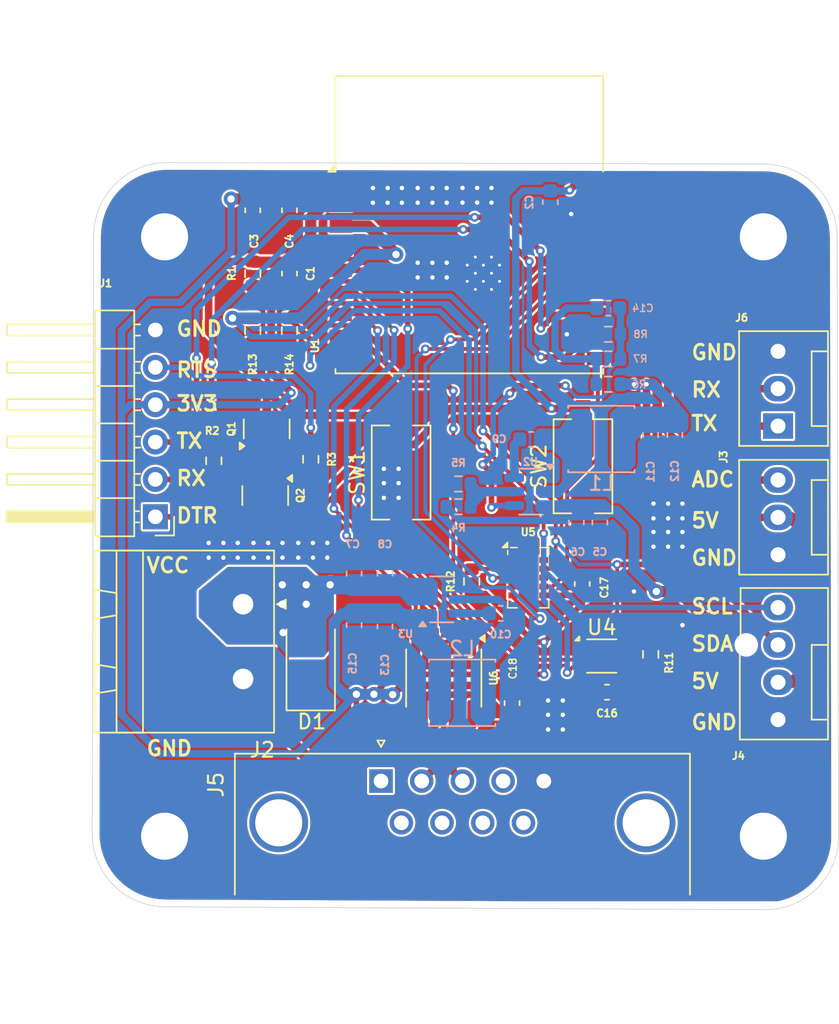
<source format=kicad_pcb>
(kicad_pcb (version 20241229) (generator "pcbnew") (generator_version "9.0")
  (layers (0 "F.Cu" signal) (4 "In1.Cu" signal) (6 "In2.Cu" signal) (2 "B.Cu" signal) (13 "F.Paste" user) (15 "B.Paste" user) (5 "F.SilkS" user "F.Silkscreen") (7 "B.SilkS" user "B.Silkscreen") (1 "F.Mask" user) (3 "B.Mask" user) (25 "Edge.Cuts" user))
  (net 0 "")
  (net 1 "/ESP32-Microcontroller/EN")
  (net 2 "GND")
  (net 3 "SCL")
  (net 4 "/ESP32-Microcontroller/IO0")
  (net 5 "VCC")
  (net 6 "Net-(U2-SW)")
  (net 7 "Net-(U2-BOOT)")
  (net 8 "VDD5V")
  (net 9 "Net-(U2-FB)")
  (net 10 "Net-(U3-BST)")
  (net 11 "Net-(U3-SW)")
  (net 12 "/ESP32-Microcontroller/TX")
  (net 13 "/ESP32-Microcontroller/RX")
  (net 14 "/ESP32-Microcontroller/DTR")
  (net 15 "/ESP32-Microcontroller/RTS")
  (net 16 "Net-(U6-A)")
  (net 17 "Net-(U6-B)")
  (net 18 "ADC")
  (net 19 "EXT_TX")
  (net 20 "EXT_RX")
  (net 21 "Net-(Q2-B)")
  (net 22 "Net-(U2-EN)")
  (net 23 "Net-(U4-~{RESET})")
  (net 24 "Net-(U5-~{RESET})")
  (net 25 "PWM_CCS")
  (net 26 "ALERT")
  (net 27 "RS485_IO")
  (net 28 "CCS_INT")
  (net 29 "nWAKE")
  (net 30 "RS485_TX")
  (net 31 "RS485_RX")
  (net 33 "VDD3V3")
  (net 34 "SDA")
  (net 35 "Net-(C14-Pad1)")
  (net 42 "Net-(Q1-B)")
  (footprint "MountingHole:MountingHole_3.2mm_M3_ISO7380_Pad_TopBottom" (layer "F.Cu") (at 131.125 109.6)
    (property "Reference" "H2" (hide yes))
    (property "Value" "GND" (hide yes))
  )
  (footprint "Capacitor_SMD:C_0603_1608Metric" (layer "F.Cu") (at 159.55 92.45 90)
    (property "Reference" "C17")
    (property "Value" "1uF" (hide yes))
  )
  (footprint "Capacitor_SMD:C_0603_1608Metric" (layer "F.Cu") (at 139.625 67.05 -90)
    (property "Reference" "C4")
    (property "Value" "100nF" (hide yes))
  )
  (footprint "Diode_SMD:D_SMA" (layer "F.Cu") (at 141.0716 97.536 90)
    (property "Reference" "D1")
    (property "Value" "SMAJ6.0CA" (hide yes))
  )
  (footprint "MountingHole:MountingHole_3.2mm_M3_ISO7380_Pad_TopBottom" (layer "F.Cu") (at 131.125 68.85)
    (property "Reference" "H1" (hide yes))
    (property "Value" "GND" (hide yes))
  )
  (footprint "Package_SO:SOIC-8_3.9x4.9mm_P1.27mm" (layer "F.Cu") (at 150.125 98.85 -90)
    (property "Reference" "U6")
    (property "Value" "MAX485E" (hide yes))
  )
  (footprint "Package_TO_SOT_SMD:SOT-23" (layer "F.Cu") (at 137.975 86.4375 -90)
    (property "Reference" "Q2")
    (property "Value" "SS8050" (hide yes))
  )
  (footprint "Capacitor_SMD:C_0603_1608Metric" (layer "F.Cu") (at 154.775 100.55 90)
    (property "Reference" "C18")
    (property "Value" "100nF" (hide yes))
  )
  (footprint "Button_Switch_SMD:SW_Tactile_SPST_NO_Straight_CK_PTS636Sx25SMTRLFS" (layer "F.Cu") (at 147.225 84.875 90)
    (property "Reference" "SW1")
    (property "Value" "RESET")
  )
  (footprint "Resistor_SMD:R_0603_1608Metric" (layer "F.Cu") (at 139.625 75.225 -90)
    (property "Reference" "R14")
    (property "Value" "4.7k" (hide yes))
  )
  (footprint "Capacitor_SMD:C_0603_1608Metric" (layer "F.Cu") (at 161.235 99.81 180)
    (property "Reference" "C16")
    (property "Value" "100nF" (hide yes))
  )
  (footprint "Resistor_SMD:R_0603_1608Metric" (layer "F.Cu") (at 152.025 92.275 90)
    (property "Reference" "R12")
    (property "Value" "4.7k" (hide yes))
  )
  (footprint "Button_Switch_SMD:SW_Tactile_SPST_NO_Straight_CK_PTS636Sx25SMTRLFS" (layer "F.Cu") (at 159.6 84.45 90)
    (property "Reference" "SW2")
    (property "Value" "BOOT")
  )
  (footprint "Resistor_SMD:R_0603_1608Metric" (layer "F.Cu") (at 134.475 84.075 90)
    (property "Reference" "R2")
    (property "Value" "12k" (hide yes))
  )
  (footprint "Resistor_SMD:R_0603_1608Metric" (layer "F.Cu") (at 137.125 71.35 90)
    (property "Reference" "R1")
    (property "Value" "10k" (hide yes))
  )
  (footprint "Package_TO_SOT_SMD:SOT-23" (layer "F.Cu") (at 138.075 81.9125 90)
    (property "Reference" "Q1")
    (property "Value" "SS8050" (hide yes))
  )
  (footprint "RF_Module:ESP32-C3-WROOM-02" (layer "F.Cu") (at 151.865 71.125)
    (property "Reference" "U1")
    (property "Value" "ESP32-C3-WROOM-02" (hide yes))
  )
  (footprint "Connector_PinHeader_2.54mm:PinHeader_1x06_P2.54mm_Horizontal" (layer "F.Cu") (at 130.5 87.884 180)
    (property "Reference" "J1")
    (property "Value" "FTDI232 Connector" (hide yes))
  )
  (footprint "Resistor_SMD:R_0603_1608Metric" (layer "F.Cu") (at 137.125 75.225 -90)
    (property "Reference" "R13")
    (property "Value" "4.7k" (hide yes))
  )
  (footprint "Connector_Dsub:DSUB-9_Pins_Horizontal_P2.77x2.84mm_EdgePinOffset4.94mm_Housed_MountingHolesOffset4.94mm" (layer "F.Cu") (at 145.855 105.85)
    (property "Reference" "J5")
    (property "Value" "DE9_Pins")
  )
  (footprint "MountingHole:MountingHole_3.2mm_M3_ISO7380_Pad_TopBottom" (layer "F.Cu") (at 171.875 109.6)
    (property "Reference" "H3" (hide yes))
    (property "Value" "GND" (hide yes))
  )
  (footprint "Capacitor_SMD:C_0603_1608Metric" (layer "F.Cu") (at 137.125 67.05 -90)
    (property "Reference" "C3")
    (property "Value" "10uF" (hide yes))
  )
  (footprint "Package_DFN_QFN:DFN-8-1EP_2x2mm_P0.5mm_EP0.6x1.2mm" (layer "F.Cu") (at 160.875 97.35)
    (property "Reference" "U4")
    (property "Value" "SHT31A-DIS")
  )
  (footprint "Connector_Phoenix_MSTB:PhoenixContact_MSTBA_2,5_2-G-5,08_1x02_P5.08mm_Horizontal" (layer "F.Cu") (at 136.4671 93.8276 -90)
    (property "Reference" "J2")
    (property "Value" "POWER INPUT")
  )
  (footprint "Resistor_SMD:R_0603_1608Metric" (layer "F.Cu") (at 141.075 83.975 -90)
    (property "Reference" "R3")
    (property "Value" "12k" (hide yes))
  )
  (footprint "MountingHole:MountingHole_3.2mm_M3_ISO7380_Pad_TopBottom" (layer "F.Cu") (at 171.875 68.85)
    (property "Reference" "H4" (hide yes))
    (property "Value" "GND" (hide yes))
  )
  (footprint "Connector:FanPinHeader_1x03_P2.54mm_Vertical" (layer "F.Cu") (at 172.875 90.465 90)
    (property "Reference" "J3")
    (property "Value" "ADC" (hide yes))
  )
  (footprint "Capacitor_SMD:C_0603_1608Metric" (layer "F.Cu") (at 139.625 71.35 -90)
    (property "Reference" "C1")
    (property "Value" "1uF" (hide yes))
  )
  (footprint "Connector:FanPinHeader_1x03_P2.54mm_Vertical" (layer "F.Cu") (at 172.875 81.715 90)
    (property "Reference" "J6")
    (property "Value" "UART" (hide yes))
  )
  (footprint "Resistor_SMD:R_0603_1608Metric" (layer "F.Cu") (at 164.21 97.235 90)
    (property "Reference" "R11")
    (property "Value" "2k" (hide yes))
  )
  (footprint "Connector:FanPinHeader_1x04_P2.54mm_Vertical" (layer "F.Cu") (at 172.875 101.675 90)
    (property "Reference" "J4")
    (property "Value" "I2C" (hide yes))
  )
  (footprint "Package_LGA:AMS_LGA-10-1EP_2.7x4mm_P0.6mm" (layer "F.Cu") (at 155.875 92.025)
    (property "Reference" "U5")
    (property "Value" "CCS811" (hide yes))
  )
  (footprint "Inductor_SMD:L_APV_ANR4030" (layer "B.Cu") (at 151.375 99.85 180)
    (property "Reference" "L2")
    (property "Value" "10uH")
  )
  (footprint "Capacitor_SMD:C_0603_1608Metric" (layer "B.Cu") (at 157.375 66.5 -90)
    (property "Reference" "C2")
    (property "Value" "100nF" (hide yes))
  )
  (footprint "Capacitor_SMD:C_0603_1608Metric" (layer "B.Cu") (at 146.125 95.35 90)
    (property "Reference" "C13")
    (property "Value" "22uF" (hide yes))
  )
  (footprint "Resistor_SMD:R_0603_1608Metric" (layer "B.Cu") (at 151.125 87.2)
    (property "Reference" "R4")
    (property "Value" "511k" (hide yes))
  )
  (footprint "Resistor_SMD:R_0603_1608Metric" (layer "B.Cu") (at 161.325 77.15)
    (property "Reference" "R7")
    (property "Value" "100k" (hide yes))
  )
  (footprint "Capacitor_SMD:C_0603_1608Metric" (layer "B.Cu") (at 160.75 88.275 -90)
    (property "Reference" "C5")
    (property "Value" "10uF" (hide yes))
  )
  (footprint "Capacitor_SMD:C_0603_1608Metric" (layer "B.Cu") (at 156.075 82.625)
    (property "Reference" "C9")
    (property "Value" "100nF" (hide yes))
  )
  (footprint "Resistor_SMD:R_0603_1608Metric" (layer "B.Cu") (at 161.325 75.475 180)
    (property "Reference" "R8")
    (property "Value" "13.3k" (hide yes))
  )
  (footprint "Package_TO_SOT_SMD:TSOT-23-6" (layer "B.Cu") (at 149.9875 93.5)
    (property "Reference" "U3")
    (property "Value" "AP63203WU" (hide yes))
  )
  (footprint "Package_TO_SOT_SMD:SOT-23-6" (layer "B.Cu") (at 156.0625 86.175 180)
    (property "Reference" "U2")
    (property "Value" "TPS54302" (hide yes))
  )
  (footprint "Capacitor_SMD:C_0603_1608Metric" (layer "B.Cu") (at 144.025 95.25 -90)
    (property "Reference" "C15")
    (property "Value" "22uF" (hide yes))
  )
  (footprint "Capacitor_SMD:C_0603_1608Metric" (layer "B.Cu") (at 146.125 91.75 90)
    (property "Reference" "C8")
    (property "Value" "100nF" (hide yes))
  )
  (footprint "Inductor_SMD:L_APV_ANR4030" (layer "B.Cu") (at 160.85 82.6)
    (property "Reference" "L1")
    (property "Value" "10uH" (hide yes))
  )
  (footprint "Resistor_SMD:R_0603_1608Metric" (layer "B.Cu") (at 151.125 85.65 180)
    (property "Reference" "R5")
    (property "Value" "105k" (hide yes))
  )
  (footprint "Capacitor_SMD:C_0603_1608Metric" (layer "B.Cu") (at 164.2 82.325 -90)
    (property "Reference" "C11")
    (property "Value" "22uF" (hide yes))
  )
  (footprint "Capacitor_SMD:C_0603_1608Metric" (layer "B.Cu") (at 165.85 82.325 -90)
    (property "Reference" "C12")
    (property "Value" "22uF" (hide yes))
  )
  (footprint "Capacitor_SMD:C_0603_1608Metric" (layer "B.Cu") (at 154 94.45)
    (property "Reference" "C10")
    (property "Value" "100nF" (hide yes))
  )
  (footprint "Resistor_SMD:R_0603_1608Metric" (layer "B.Cu") (at 161.325 78.875 180)
    (property "Reference" "R6")
    (property "Value" "49.9k" (hide yes))
  )
  (footprint "Capacitor_SMD:C_0603_1608Metric" (layer "B.Cu") (at 161.325 73.7)
    (property "Reference" "C14")
    (property "Value" "75pF" (hide yes))
  )
  (footprint "Capacitor_SMD:C_0603_1608Metric" (layer "B.Cu") (at 159.15 88.275 -90)
    (property "Reference" "C6")
    (property "Value" "100nF" (hide yes))
  )
  (footprint "Capacitor_SMD:C_0603_1608Metric" (layer "B.Cu") (at 144.025 91.75 90)
    (property "Reference" "C7")
    (property "Value" "10uF" (hide yes))
  )
  (gr_arc (start 131.2 114.4) (mid 127.664466 112.935534) (end 126.2 109.4) (stroke (width 0.05)) (layer "Edge.Cuts"))
  (gr_line (start 172 114.6) (end 131.2 114.4) (stroke (width 0.05)) (layer "Edge.Cuts"))
  (gr_arc (start 177 109.6) (mid 175.535534 113.135534) (end 172 114.6) (stroke (width 0.05)) (layer "Edge.Cuts"))
  (gr_line (start 171.9 63.9) (end 131.3 63.8) (stroke (width 0.05)) (layer "Edge.Cuts"))
  (gr_arc (start 171.9 63.9) (mid 175.435534 65.364466) (end 176.9 68.9) (stroke (width 0.05)) (layer "Edge.Cuts"))
  (gr_line (start 177 109.6) (end 176.9 68.9) (stroke (width 0.05)) (layer "Edge.Cuts"))
  (gr_line (start 126.3 68.8) (end 126.2 109.4) (stroke (width 0.05)) (layer "Edge.Cuts"))
  (gr_arc (start 126.3 68.8) (mid 127.764466 65.264466) (end 131.3 63.8) (stroke (width 0.05)) (layer "Edge.Cuts"))
  (gr_text "5V" (at 166.878 99.06 0) (layer "F.SilkS") (effects (font (size 1 1) (thickness 0.2) (bold yes)) (justify left)))
  (gr_text "RTS" (at 131.826 77.9 0) (layer "F.SilkS") (effects (font (size 1 1) (thickness 0.2) (bold yes)) (justify left)))
  (gr_text "SDA" (at 166.878 96.52 0) (layer "F.SilkS") (effects (font (size 1 1) (thickness 0.2) (bold yes)) (justify left)))
  (gr_text "DTR\n" (at 131.826 87.806 0) (layer "F.SilkS") (effects (font (size 1 1) (thickness 0.2) (bold yes)) (justify left)))
  (gr_text "ADC" (at 166.878 85.344 0) (layer "F.SilkS") (effects (font (size 1 1) (thickness 0.2) (bold yes)) (justify left)))
  (gr_text "RX" (at 131.826 85.266 0) (layer "F.SilkS") (effects (font (size 1 1) (thickness 0.2) (bold yes)) (justify left)))
  (gr_text "GND" (at 129.794 103.632 0) (layer "F.SilkS") (effects (font (size 1 1) (thickness 0.2) (bold yes)) (justify left)))
  (gr_text "RX" (at 166.878 79.248 0) (layer "F.SilkS") (effects (font (size 1 1) (thickness 0.2) (bold yes)) (justify left)))
  (gr_text "GND" (at 166.878 90.678 0) (layer "F.SilkS") (effects (font (size 1 1) (thickness 0.2) (bold yes)) (justify left)))
  (gr_text "5V" (at 166.878 88.138 0) (layer "F.SilkS") (effects (font (size 1 1) (thickness 0.2) (bold yes)) (justify left)))
  (gr_text "3V3\n" (at 131.826 80.186 0) (layer "F.SilkS") (effects (font (size 1 1) (thickness 0.2) (bold yes)) (justify left)))
  (gr_text "GND" (at 166.878 76.708 0) (layer "F.SilkS") (effects (font (size 1 1) (thickness 0.2) (bold yes)) (justify left)))
  (gr_text "TX" (at 166.878 81.534 0) (layer "F.SilkS") (effects (font (size 1 1) (thickness 0.2) (bold yes)) (justify left)))
  (gr_text "VCC\n" (at 129.794 91.186 0) (layer "F.SilkS") (effects (font (size 1 1) (thickness 0.2) (bold yes)) (justify left)))
  (gr_text "SCL" (at 166.878 93.98 0) (layer "F.SilkS") (effects (font (size 1 1) (thickness 0.2) (bold yes)) (justify left)))
  (gr_text "GND" (at 131.826 75.106 0) (layer "F.SilkS") (effects (font (size 1 1) (thickness 0.2) (bold yes)) (justify left)))
  (gr_text "TX" (at 131.826 82.726 0) (layer "F.SilkS") (effects (font (size 1 1) (thickness 0.2) (bold yes)) (justify left)))
  (gr_text "GND" (at 166.878 101.854 0) (layer "F.SilkS") (effects (font (size 1 1) (thickness 0.2) (bold yes)) (justify left)))
  (segment (start 134.9875 76.2125) (end 134.775 76) (width 0.508) (layer "F.Cu") (net 1))
  (segment (start 138.075 80.975) (end 138.075 79.3) (width 0.508) (layer "F.Cu") (net 1))
  (segment (start 134.15 75.25) (end 134.125 75.225) (width 0.508) (layer "F.Cu") (net 1))
  (segment (start 143.115 66.625) (end 142 66.625) (width 0.762) (layer "F.Cu") (net 1))
  (segment (start 139.775 81) (end 134.9875 76.2125) (width 0.508) (layer "F.Cu") (net 1))
  (segment (start 139.625 70.575) (end 137.175 70.575) (width 0.762) (layer "F.Cu") (net 1))
  (segment (start 137.175 70.575) (end 137.125 70.525) (width 0.762) (layer "F.Cu") (net 1))
  (segment (start 142 66.625) (end 141.075 67.55) (width 0.762) (layer "F.Cu") (net 1))
  (segment (start 134.9875 76.2125) (end 134.15 75.375) (width 0.508) (layer "F.Cu") (net 1))
  (segment (start 147.225 81) (end 139.775 81) (width 0.508) (layer "F.Cu") (net 1))
  (segment (start 138.075 79.3) (end 134.775 76) (width 0.508) (layer "F.Cu") (net 1))
  (segment (start 141.075 67.55) (end 141.075 69.125) (width 0.762) (layer "F.Cu") (net 1))
  (segment (start 134.125 75.225) (end 134.125 71.65) (width 0.508) (layer "F.Cu") (net 1))
  (segment (start 141.075 69.125) (end 139.625 70.575) (width 0.762) (layer "F.Cu") (net 1))
  (segment (start 134.125 71.65) (end 135.25 70.525) (width 0.508) (layer "F.Cu") (net 1))
  (segment (start 134.15 75.375) (end 134.15 75.25) (width 0.508) (layer "F.Cu") (net 1))
  (segment (start 135.25 70.525) (end 137.125 70.525) (width 0.508) (layer "F.Cu") (net 1))
  (segment (start 160.875 96.681) (end 162.306 95.25) (width 0.254) (layer "F.Cu") (net 2))
  (segment (start 160.875 97.35) (end 160.875 96.681) (width 0.254) (layer "F.Cu") (net 2))
  (segment (start 162.306 95.25) (end 166.37 95.25) (width 0.254) (layer "F.Cu") (net 2))
  (via (at 140.224 90.662) (size 0.6) (drill 0.3) (layers "F.Cu" "B.Cu") (net 2))
  (via (at 165.395 87.991) (size 0.6) (drill 0.3) (layers "F.Cu" "B.Cu") (net 2))
  (via (at 151.4 66.525) (size 0.6) (drill 0.3) (layers "F.Cu" "B.Cu") (net 2))
  (via (at 157.226 102.346) (size 0.6) (drill 0.3) (layers "F.Cu" "B.Cu") (net 2))
  (via (at 150.327 71.612) (size 0.6) (drill 0.3) (layers "F.Cu" "B.Cu") (net 2))
  (via (at 141.224 90.662) (size 0.6) (drill 0.3) (layers "F.Cu" "B.Cu") (net 2))
  (via (at 150.327 66.532) (size 0.6) (drill 0.3) (layers "F.Cu" "B.Cu") (net 2))
  (via (at 146.05 85.598) (size 0.6) (drill 0.3) (layers "F.Cu" "B.Cu") (net 2))
  (via (at 134.128 89.662) (size 0.6) (drill 0.3) (layers "F.Cu" "B.Cu") (net 2))
  (via (at 165.395 86.991) (size 0.6) (drill 0.3) (layers "F.Cu" "B.Cu") (net 2))
  (via (at 153.375 66.525) (size 0.6) (drill 0.3) (layers "F.Cu" "B.Cu") (net 2))
  (via (at 134.128 90.662) (size 0.6) (drill 0.3) (layers "F.Cu" "B.Cu") (net 2))
  (via (at 158.8 67.3) (size 0.6) (drill 0.3) (layers "F.Cu" "B.Cu") (net 2))
  (via (at 145.304 66.532) (size 0.6) (drill 0.3) (layers "F.Cu" "B.Cu") (net 2))
  (via (at 152.4 66.525) (size 0.6) (drill 0.3) (layers "F.Cu" "B.Cu") (net 2))
  (via (at 157.226 101.346) (size 0.6) (drill 0.3) (layers "F.Cu" "B.Cu") (net 2))
  (via (at 158.226 102.346) (size 0.6) (drill 0.3) (layers "F.Cu" "B.Cu") (net 2))
  (via (at 158.5 75.475) (size 0.6) (drill 0.3) (layers "F.Cu" "B.Cu") (net 2))
  (via (at 135.128 90.662) (size 0.6) (drill 0.3) (layers "F.Cu" "B.Cu") (net 2))
  (via (at 166.37 86.991) (size 0.6) (drill 0.3) (layers "F.Cu" "B.Cu") (net 2))
  (via (at 139.151 90.662) (size 0.6) (drill 0.3) (layers "F.Cu" "B.Cu") (net 2))
  (via (at 157.226 100.371) (size 0.6) (drill 0.3) (layers "F.Cu" "B.Cu") (net 2))
  (via (at 139.151 89.662) (size 0.6) (drill 0.3) (layers "F.Cu" "B.Cu") (net 2))
  (via (at 147.279 66.532) (size 0.6) (drill 0.3) (layers "F.Cu" "B.Cu") (net 2))
  (via (at 150.327 70.612) (size 0.6) (drill 0.3) (layers "F.Cu" "B.Cu") (net 2))
  (via (at 146.05 86.598) (size 0.6) (drill 0.3) (layers "F.Cu" "B.Cu") (net 2))
  (via (at 136.103 90.662) (size 0.6) (drill 0.3) (layers "F.Cu" "B.Cu") (net 2))
  (via (at 136.103 89.662) (size 0.6) (drill 0.3) (layers "F.Cu" "B.Cu") (net 2))
  (via (at 150.327 65.532) (size 0.6) (drill 0.3) (layers "F.Cu" "B.Cu") (net 2))
  (via (at 146.05 84.623) (size 0.6) (drill 0.3) (layers "F.Cu" "B.Cu") (net 2))
  (via (at 142.199 90.662) (size 0.6) (drill 0.3) (layers "F.Cu" "B.Cu") (net 2))
  (via (at 149.352 65.532) (size 0.6) (drill 0.3) (layers "F.Cu" "B.Cu") (net 2))
  (via (at 166.37 87.991) (size 0.6) (drill 0.3) (layers "F.Cu" "B.Cu") (net 2))
  (via (at 135.128 89.662) (size 0.6) (drill 0.3) (layers "F.Cu" "B.Cu") (net 2))
  (via (at 148.352 70.612) (size 0.6) (drill 0.3) (layers "F.Cu" "B.Cu") (net 2))
  (via (at 149.352 66.532) (size 0.6) (drill 0.3) (layers "F.Cu" "B.Cu") (net 2))
  (via (at 151.4 65.525) (size 0.6) (drill 0.3) (layers "F.Cu" "B.Cu") (net 2))
  (via (at 166.37 88.916) (size 0.6) (drill 0.3) (layers "F.Cu" "B.Cu") (net 2))
  (via (at 138.176 90.662) (size 0.6) (drill 0.3) (layers "F.Cu" "B.Cu") (net 2))
  (via (at 142.199 89.662) (size 0.6) (drill 0.3) (layers "F.Cu" "B.Cu") (net 2))
  (via (at 166.37 95.25) (size 0.6) (drill 0.3) (layers "F.Cu" "B.Cu") (net 2))
  (via (at 148.352 66.532) (size 0.6) (drill 0.3) (layers "F.Cu" "B.Cu") (net 2))
  (via (at 158.226 101.346) (size 0.6) (drill 0.3) (layers "F.Cu" "B.Cu") (net 2))
  (via (at 166.37 89.916) (size 0.6) (drill 0.3) (layers "F.Cu" "B.Cu") (net 2))
  (via (at 147.05 85.598) (size 0.6) (drill 0.3) (layers "F.Cu" "B.Cu") (net 2))
  (via (at 149.352 70.612) (size 0.6) (drill 0.3) (layers "F.Cu" "B.Cu") (net 2))
  (via (at 164.395 89.916) (size 0.6) (drill 0.3) (layers "F.Cu" "B.Cu") (net 2))
  (via (at 152.4 65.525) (size 0.6) (drill 0.3) (layers "F.Cu" "B.Cu") (net 2))
  (via (at 146.304 66.532) (size 0.6) (drill 0.3) (layers "F.Cu" "B.Cu") (net 2))
  (via (at 164.395 86.991) (size 0.6) (drill 0.3) (layers "F.Cu" "B.Cu") (net 2))
  (via (at 153.375 65.525) (size 0.6) (drill 0.3) (layers "F.Cu" "B.Cu") (net 2))
  (via (at 147.279 65.532) (size 0.6) (drill 0.3) (layers "F.Cu" "B.Cu") (net 2))
  (via (at 146.304 65.532) (size 0.6) (drill 0.3) (layers "F.Cu" "B.Cu") (net 2))
  (via (at 148.352 71.612) (size 0.6) (drill 0.3) (layers "F.Cu" "B.Cu") (net 2))
  (via (at 165.395 88.916) (size 0.6) (drill 0.3) (layers "F.Cu" "B.Cu") (net 2))
  (via (at 149.352 71.612) (size 0.6) (drill 0.3) (layers "F.Cu" "B.Cu") (net 2))
  (via (at 165.395 89.916) (size 0.6) (drill 0.3) (layers "F.Cu" "B.Cu") (net 2))
  (via (at 137.176 90.662) (size 0.6) (drill 0.3) (layers "F.Cu" "B.Cu") (net 2))
  (via (at 141.224 89.662) (size 0.6) (drill 0.3) (layers "F.Cu" "B.Cu") (net 2))
  (via (at 164.395 88.916) (size 0.6) (drill 0.3) (layers "F.Cu" "B.Cu") (net 2))
  (via (at 147.05 84.623) (size 0.6) (drill 0.3) (layers "F.Cu" "B.Cu") (net 2))
  (via (at 164.395 87.991) (size 0.6) (drill 0.3) (layers "F.Cu" "B.Cu") (net 2))
  (via (at 140.224 89.662) (size 0.6) (drill 0.3) (layers "F.Cu" "B.Cu") (net 2))
  (via (at 158.226 100.371) (size 0.6) (drill 0.3) (layers "F.Cu" "B.Cu") (net 2))
  (via (at 138.176 89.662) (size 0.6) (drill 0.3) (layers "F.Cu" "B.Cu") (net 2))
  (via (at 145.304 65.532) (size 0.6) (drill 0.3) (layers "F.Cu" "B.Cu") (net 2))
  (via (at 148.352 65.532) (size 0.6) (drill 0.3) (layers "F.Cu" "B.Cu") (net 2))
  (via (at 163.068 92.964) (size 0.6) (drill 0.3) (layers "F.Cu" "B.Cu") (net 2))
  (via (at 147.05 86.598) (size 0.6) (drill 0.3) (layers "F.Cu" "B.Cu") (net 2))
  (via (at 137.176 89.662) (size 0.6) (drill 0.3) (layers "F.Cu" "B.Cu") (net 2))
  (segment (start 165.85 83.1) (end 164.2 83.1) (width 0.508) (layer "B.Cu") (net 2))
  (segment (start 158.5 75.475) (end 160.5 75.475) (width 0.508) (layer "B.Cu") (net 2))
  (segment (start 159.7 98.1) (end 158.9 98.1) (width 0.254) (layer "F.Cu") (net 3))
  (segment (start 156.925 90.825) (end 156.925 89.025) (width 0.254) (layer "F.Cu") (net 3))
  (segment (start 156.925 89.025) (end 156.925 87.25) (width 0.254) (layer "F.Cu") (net 3))
  (segment (start 139.625 74.4) (end 141.025 75.8) (width 0.381) (layer "F.Cu") (net 3))
  (segment (start 141.175 70.701) (end 141.175 72.85) (width 0.762) (layer "F.Cu") (net 3))
  (segment (start 156.925 87.25) (end 152.75 83.075) (width 0.254) (layer "F.Cu") (net 3))
  (segment (start 141.175 72.85) (end 139.625 74.4) (width 0.762) (layer "F.Cu") (net 3))
  (segment (start 158.9 98.1) (end 158.525 98.475) (width 0.254) (layer "F.Cu") (net 3))
  (segment (start 143.115 69.625) (end 142.251 69.625) (width 0.762) (layer "F.Cu") (net 3))
  (segment (start 142.251 69.625) (end 141.175 70.701) (width 0.762) (layer "F.Cu") (net 3))
  (segment (start 141.025 75.8) (end 141.025 77.6) (width 0.381) (layer "F.Cu") (net 3))
  (via (at 156.925 89.025) (size 0.6) (drill 0.3) (layers "F.Cu" "B.Cu") (net 3))
  (via (at 158.525 98.475) (size 0.6) (drill 0.3) (layers "F.Cu" "B.Cu") (net 3))
  (via (at 141.025 77.6) (size 0.6) (drill 0.3) (layers "F.Cu" "B.Cu") (net 3))
  (via (at 152.75 83.075) (size 0.6) (drill 0.3) (layers "F.Cu" "B.Cu") (net 3))
  (segment (start 159.455 94.055) (end 156.925 91.525) (width 0.381) (layer "B.Cu") (net 3))
  (segment (start 151.85 75.9) (end 149.825 73.875) (width 0.381) (layer "B.Cu") (net 3))
  (segment (start 144.025 73.875) (end 141.025 76.875) (width 0.381) (layer "B.Cu") (net 3))
  (segment (start 158.525 95.175) (end 158.525 98.475) (width 0.381) (layer "B.Cu") (net 3))
  (segment (start 151.85 82.175) (end 151.85 75.9) (width 0.381) (layer "B.Cu") (net 3))
  (segment (start 156.925 91.525) (end 156.925 93.575) (width 0.381) (layer "B.Cu") (net 3))
  (segment (start 149.825 73.875) (end 144.025 73.875) (width 0.381) (layer "B.Cu") (net 3))
  (segment (start 152.75 83.075) (end 151.85 82.175) (width 0.381) (layer "B.Cu") (net 3))
  (segment (start 156.925 91.525) (end 156.925 89.025) (width 0.381) (layer "B.Cu") (net 3))
  (segment (start 156.925 93.575) (end 158.525 95.175) (width 0.381) (layer "B.Cu") (net 3))
  (segment (start 172.875 94.055) (end 159.455 94.055) (width 0.381) (layer "B.Cu") (net 3))
  (segment (start 141.025 76.875) (end 141.025 77.6) (width 0.381) (layer "B.Cu") (net 3))
  (segment (start 157.45 80.525) (end 150.575 80.525) (width 0.508) (layer "F.Cu") (net 4))
  (segment (start 160.615 65.125) (end 159.25 65.125) (width 0.508) (layer "F.Cu") (net 4))
  (segment (start 148.125 82.975) (end 145.325 82.975) (width 0.508) (layer "F.Cu") (net 4))
  (segment (start 159.25 65.125) (end 158.7 65.675) (width 0.508) (layer "F.Cu") (net 4))
  (segment (start 150.575 80.525) (end 148.125 82.975) (width 0.508) (layer "F.Cu") (net 4))
  (segment (start 157.45 80.525) (end 159.55 80.525) (width 0.508) (layer "F.Cu") (net 4))
  (segment (start 140.925 87.375) (end 137.975 87.375) (width 0.508) (layer "F.Cu") (net 4))
  (segment (start 145.325 82.975) (end 140.925 87.375) (width 0.508) (layer "F.Cu") (net 4))
  (segment (start 159.55 80.525) (end 159.6 80.575) (width 0.508) (layer "F.Cu") (net 4))
  (segment (start 157.45 80.525) (end 157.5 80.575) (width 0.508) (layer "F.Cu") (net 4))
  (via (at 158.7 65.675) (size 0.6) (drill 0.3) (layers "F.Cu" "B.Cu") (net 4))
  (via (at 157.45 80.525) (size 0.6) (drill 0.3) (layers "F.Cu" "B.Cu") (net 4))
  (segment (start 157.375 65.725) (end 158.65 65.725) (width 0.508) (layer "B.Cu") (net 4))
  (segment (start 158.65 65.725) (end 158.7 65.675) (width 0.508) (layer "B.Cu") (net 4))
  (segment (start 155.025 66.25) (end 155.55 65.725) (width 0.508) (layer "B.Cu") (net 4))
  (segment (start 157.45 80.525) (end 155.025 78.1) (width 0.508) (layer "B.Cu") (net 4))
  (segment (start 155.025 78.1) (end 155.025 66.25) (width 0.508) (layer "B.Cu") (net 4))
  (segment (start 155.55 65.725) (end 157.375 65.725) (width 0.508) (layer "B.Cu") (net 4))
  (segment (start 145.034 112.268) (end 141.986 109.22) (width 0.762) (layer "F.Cu") (net 5))
  (segment (start 139.192 102.616) (end 139.192 95.758) (width 0.762) (layer "F.Cu") (net 5))
  (segment (start 139.192 93.8784) (end 139.1412 93.8276) (width 0.762) (layer "F.Cu") (net 5))
  (segment (start 141.986 109.22) (end 141.986 105.41) (width 0.762) (layer "F.Cu") (net 5))
  (segment (start 139.192 95.758) (end 139.192 93.8784) (width 0.762) (layer "F.Cu") (net 5))
  (segment (start 168.148 94.996) (end 168.148 100.076) (width 0.762) (layer "F.Cu") (net 5))
  (segment (start 140.7668 93.8276) (end 141.0716 94.1324) (width 1.27) (layer "F.Cu") (net 5))
  (segment (start 168.148 100.076) (end 155.956 112.268) (width 0.762) (layer "F.Cu") (net 5))
  (segment (start 141.986 105.41) (end 139.192 102.616) (width 0.762) (layer "F.Cu") (net 5))
  (segment (start 141.0716 94.1324) (end 141.0716 95.536) (width 1.27) (layer "F.Cu") (net 5))
  (segment (start 136.4671 93.8276) (end 140.7668 93.8276) (width 1.27) (layer "F.Cu") (net 5))
  (segment (start 164.592 92.964) (end 166.116 92.964) (width 0.762) (layer "F.Cu") (net 5))
  (segment (start 155.956 112.268) (end 145.034 112.268) (width 0.762) (layer "F.Cu") (net 5))
  (segment (start 166.116 92.964) (end 168.148 94.996) (width 0.762) (layer "F.Cu") (net 5))
  (via (at 139.192 95.758) (size 1) (drill 0.5) (layers "F.Cu" "B.Cu") (net 5))
  (via (at 139.1412 93.8276) (size 1) (drill 0.5) (layers "F.Cu" "B.Cu") (net 5))
  (via (at 140.7668 93.8276) (size 1) (drill 0.5) (layers "F.Cu" "B.Cu") (net 5))
  (via (at 164.592 92.964) (size 1) (drill 0.5) (layers "F.Cu" "B.Cu") (net 5))
  (via (at 142.3924 92.5068) (size 1) (drill 0.5) (layers "F.Cu" "B.Cu") (net 5))
  (via (at 140.7668 92.5068) (size 1) (drill 0.5) (layers "F.Cu" "B.Cu") (net 5))
  (via (at 139.1412 92.5068) (size 1) (drill 0.5) (layers "F.Cu" "B.Cu") (net 5))
  (segment (start 142.3924 92.5068) (end 140.7668 92.5068) (width 1.27) (layer "B.Cu") (net 5))
  (segment (start 142.4106 92.525) (end 142.3924 92.5068) (width 1.27) (layer "B.Cu") (net 5))
  (segment (start 139.1412 92.5068) (end 137.7879 92.5068) (width 1.27) (layer "B.Cu") (net 5))
  (segment (start 160.75 87.5) (end 161.875 87.5) (width 0.762) (layer "B.Cu") (net 5))
  (segment (start 159.15 87.5) (end 158.52 88.13) (width 0.508) (layer "B.Cu") (net 5))
  (segment (start 161.875 87.5) (end 163.068 88.693) (width 0.762) (layer "B.Cu") (net 5))
  (segment (start 158.52 88.13) (end 151.23 88.13) (width 0.508) (layer "B.Cu") (net 5))
  (segment (start 144.025 92.525) (end 142.4106 92.525) (width 1.27) (layer "B.Cu") (net 5))
  (segment (start 160.75 87.5) (end 159.15 87.5) (width 0.508) (layer "B.Cu") (net 5))
  (segment (start 137.7879 92.5068) (end 136.4671 93.8276) (width 1.27) (layer "B.Cu") (net 5))
  (segment (start 151.23 88.13) (end 150.3 87.2) (width 0.508) (layer "B.Cu") (net 5))
  (segment (start 140.7668 92.5068) (end 139.1412 92.5068) (width 1.27) (layer "B.Cu") (net 5))
  (segment (start 163.068 91.44) (end 164.592 92.964) (width 0.762) (layer "B.Cu") (net 5))
  (segment (start 163.068 88.693) (end 163.068 91.44) (width 0.762) (layer "B.Cu") (net 5))
  (segment (start 154.925 83) (end 155.3 82.625) (width 0.635) (layer "B.Cu") (net 7))
  (segment (start 154.925 85.225) (end 154.925 83) (width 0.635) (layer "B.Cu") (net 7))
  (segment (start 163.925 78.875) (end 163.925 82.727677) (width 0.508) (layer "F.Cu") (net 8))
  (segment (start 172.875 99.135) (end 173.84 99.135) (width 0.762) (layer "F.Cu") (net 8))
  (segment (start 173.84 99.135) (end 174.95 98.025) (width 0.762) (layer "F.Cu") (net 8))
  (segment (start 169.122323 87.925) (end 172.875 87.925) (width 0.508) (layer "F.Cu") (net 8))
  (segment (start 174.95 89.15) (end 173.725 87.925) (width 0.762) (layer "F.Cu") (net 8))
  (segment (start 173.725 87.925) (end 172.875 87.925) (width 0.762) (layer "F.Cu") (net 8))
  (segment (start 174.95 98.025) (end 174.95 89.15) (width 0.762) (layer "F.Cu") (net 8))
  (segment (start 163.925 82.727677) (end 169.122323 87.925) (width 0.508) (layer "F.Cu") (net 8))
  (segment (start 163.068 78.875) (end 163.925 78.875) (width 0.254) (layer "F.Cu") (net 8))
  (via (at 163.925 78.875) (size 0.6) (drill 0.3) (layers "F.Cu" "B.Cu") (net 8))
  (via (at 163.068 78.875) (size 0.6) (drill 0.3) (layers "F.Cu" "B.Cu") (net 8))
  (segment (start 164.125 78.875) (end 164.35 78.875) (width 0.762) (layer "B.Cu") (net 8))
  (segment (start 164.35 78.875) (end 165.85 80.375) (width 0.762) (layer "B.Cu") (net 8))
  (segment (start 162.975 78.875) (end 162.15 78.875) (width 0.762) (layer "B.Cu") (net 8))
  (segment (start 165.85 80.375) (end 165.85 81.55) (width 0.762) (layer "B.Cu") (net 8))
  (segment (start 164.125 78.875) (end 162.975 78.875) (width 0.762) (layer "B.Cu") (net 8))
  (segment (start 153.375 84.925) (end 152.775 84.325) (width 0.381) (layer "F.Cu") (net 9))
  (segment (start 153.375 87.25) (end 153.375 84.925) (width 0.381) (layer "F.Cu") (net 9))
  (segment (start 155.15 78.975) (end 158.4 78.975) (width 0.381) (layer "F.Cu") (net 9))
  (segment (start 154.625 79.5) (end 155.15 78.975) (width 0.381) (layer "F.Cu") (net 9))
  (via (at 158.4 78.975) (size 0.6) (drill 0.3) (layers "F.Cu" "B.Cu") (net 9))
  (via (at 153.375 87.25) (size 0.6) (drill 0.3) (layers "F.Cu" "B.Cu") (net 9))
  (via (at 154.625 79.5) (size 0.6) (drill 0.3) (layers "F.Cu" "B.Cu") (net 9))
  (via (at 152.775 84.325) (size 0.6) (drill 0.3) (layers "F.Cu" "B.Cu") (net 9))
  (segment (start 153.5 87.125) (end 153.375 87.25) (width 0.381) (layer "B.Cu") (net 9))
  (segment (start 161.3585 77.9415) (end 162.15 77.15) (width 0.254) (layer "B.Cu") (net 9))
  (segment (start 162.15 73.75) (end 162.1 73.7) (width 0.508) (layer "B.Cu") (net 9))
  (segment (start 153.4915 80.6335) (end 154.625 79.5) (width 0.381) (layer "B.Cu") (net 9))
  (segment (start 158.4 78.975) (end 159.1665 79.7415) (width 0.254) (layer "B.Cu") (net 9))
  (segment (start 160.950548 79.7415) (end 161.3585 79.333548) (width 0.254) (layer "B.Cu") (net 9))
  (segment (start 162.15 77.15) (end 162.15 75.475) (width 0.508) (layer "B.Cu") (net 9))
  (segment (start 153.4915 83.6085) (end 153.4915 80.6335) (width 0.381) (layer "B.Cu") (net 9))
  (segment (start 161.3585 79.333548) (end 161.3585 77.9415) (width 0.254) (layer "B.Cu") (net 9))
  (segment (start 152.775 84.325) (end 153.4915 83.6085) (width 0.381) (layer "B.Cu") (net 9))
  (segment (start 154.925 87.125) (end 153.5 87.125) (width 0.381) (layer "B.Cu") (net 9))
  (segment (start 162.15 75.475) (end 162.15 73.75) (width 0.508) (layer "B.Cu") (net 9))
  (segment (start 159.1665 79.7415) (end 160.950548 79.7415) (width 0.254) (layer "B.Cu") (net 9))
  (segment (start 153.225 94.45) (end 151.125 94.45) (width 0.508) (layer "B.Cu") (net 10))
  (segment (start 151.125 93.5) (end 153.825 93.5) (width 0.508) (layer "B.Cu") (net 11))
  (segment (start 153.825 93.5) (end 154.775 94.45) (width 0.508) (layer "B.Cu") (net 11))
  (segment (start 156.7 69.8) (end 154.425 67.525) (width 0.381) (layer "F.Cu") (net 12))
  (segment (start 133.3 77.1) (end 133.3 81.076) (width 0.381) (layer "F.Cu") (net 12))
  (segment (start 133.3 81.076) (end 131.572 82.804) (width 0.381) (layer "F.Cu") (net 12))
  (segment (start 154.425 67.525) (end 152.225 67.525) (width 0.381) (layer "F.Cu") (net 12))
  (segment (start 157.675 74.125) (end 156.725 75.075) (width 0.381) (layer "F.Cu") (net 12))
  (segment (start 160.615 74.125) (end 157.675 74.125) (width 0.381) (layer "F.Cu") (net 12))
  (segment (start 131.572 82.804) (end 130.5 82.804) (width 0.381) (layer "F.Cu") (net 12))
  (via (at 133.3 77.1) (size 0.6) (drill 0.3) (layers "F.Cu" "B.Cu") (net 12))
  (via (at 152.225 67.525) (size 0.6) (drill 0.3) (layers "F.Cu" "B.Cu") (net 12))
  (via (at 156.7 69.8) (size 0.6) (drill 0.3) (layers "F.Cu" "B.Cu") (net 12))
  (via (at 156.725 75.075) (size 0.6) (drill 0.3) (layers "F.Cu" "B.Cu") (net 12))
  (segment (start 133.3 77.1) (end 133.3 73.8) (width 0.381) (layer "B.Cu") (net 12))
  (segment (start 133.3 73.8) (end 139.575 67.525) (width 0.381) (layer "B.Cu") (net 12))
  (segment (start 156.725 75.075) (end 156.725 69.825) (width 0.381) (layer "B.Cu") (net 12))
  (segment (start 156.725 69.825) (end 156.7 69.8) (width 0.381) (layer "B.Cu") (net 12))
  (segment (start 139.575 67.525) (end 152.225 67.525) (width 0.381) (layer "B.Cu") (net 12))
  (segment (start 132.95 84.474) (end 132.08 85.344) (width 0.381) (layer "F.Cu") (net 13))
  (segment (start 155.95 70.525) (end 153.775 68.35) (width 0.381) (layer "F.Cu") (net 13))
  (segment (start 158.425 77.025) (end 156.75 77.025) (width 0.381) (layer "F.Cu") (net 13))
  (segment (start 132.95 82.475) (end 132.95 84.474) (width 0.381) (layer "F.Cu") (net 13))
  (segment (start 134.325 77.475) (end 134.325 81.1) (width 0.381) (layer "F.Cu") (net 13))
  (segment (start 132.08 85.344) (end 130.5 85.344) (width 0.381) (layer "F.Cu") (net 13))
  (segment (start 158.975 76.475) (end 158.425 77.025) (width 0.381) (layer "F.Cu") (net 13))
  (segment (start 159.825 75.625) (end 158.975 76.475) (width 0.381) (layer "F.Cu") (net 13))
  (segment (start 134.325 81.1) (end 132.95 82.475) (width 0.381) (layer "F.Cu") (net 13))
  (segment (start 153.775 68.35) (end 151.45 68.35) (width 0.381) (layer "F.Cu") (net 13))
  (segment (start 160.615 75.625) (end 159.825 75.625) (width 0.381) (layer "F.Cu") (net 13))
  (via (at 156.75 77.025) (size 0.6) (drill 0.3) (layers "F.Cu" "B.Cu") (net 13))
  (via (at 155.95 70.525) (size 0.6) (drill 0.3) (layers "F.Cu" "B.Cu") (net 13))
  (via (at 134.325 77.475) (size 0.6) (drill 0.3) (layers "F.Cu" "B.Cu") (net 13))
  (via (at 151.45 68.35) (size 0.6) (drill 0.3) (layers "F.Cu" "B.Cu") (net 13))
  (segment (start 134.325 77.475) (end 134.325 74.539228) (width 0.381) (layer "B.Cu") (net 13))
  (segment (start 140.514228 68.35) (end 151.45 68.35) (width 0.381) (layer "B.Cu") (net 13))
  (segment (start 155.95 76.225) (end 155.95 70.525) (width 0.381) (layer "B.Cu") (net 13))
  (segment (start 156.75 77.025) (end 155.95 76.225) (width 0.381) (layer "B.Cu") (net 13))
  (segment (start 134.325 74.539228) (end 140.514228 68.35) (width 0.381) (layer "B.Cu") (net 13))
  (segment (start 134.475 86.505) (end 133.096 87.884) (width 0.381) (layer "F.Cu") (net 14))
  (segment (start 134.475 86.525) (end 134.475 86.36) (width 0.381) (layer "F.Cu") (net 14))
  (segment (start 133.096 87.884) (end 130.5 87.884) (width 0.381) (layer "F.Cu") (net 14))
  (segment (start 134.475 86.36) (end 134.475 84.9) (width 0.381) (layer "F.Cu") (net 14))
  (segment (start 135.075 85.5) (end 134.475 84.9) (width 0.381) (layer "F.Cu") (net 14))
  (segment (start 134.475 86.36) (end 134.475 86.505) (width 0.381) (layer "F.Cu") (net 14))
  (segment (start 137.025 85.5) (end 135.075 85.5) (width 0.381) (layer "F.Cu") (net 14))
  (segment (start 139.35 83.175) (end 141.05 83.175) (width 0.381) (layer "F.Cu") (net 15))
  (segment (start 139.025 82.85) (end 139.35 83.175) (width 0.381) (layer "F.Cu") (net 15))
  (segment (start 141.075 81.825) (end 141.075 83.15) (width 0.381) (layer "F.Cu") (net 15))
  (segment (start 141.05 83.175) (end 141.075 83.15) (width 0.381) (layer "F.Cu") (net 15))
  (via (at 141.075 81.825) (size 0.6) (drill 0.3) (layers "F.Cu" "B.Cu") (net 15))
  (segment (start 139.885 78.31) (end 133.174 78.31) (width 0.381) (layer "B.Cu") (net 15))
  (segment (start 133.174 78.31) (end 132.588 77.724) (width 0.381) (layer "B.Cu") (net 15))
  (segment (start 141.075 79.5) (end 139.885 78.31) (width 0.381) (layer "B.Cu") (net 15))
  (segment (start 132.588 77.724) (end 130.5 77.724) (width 0.381) (layer "B.Cu") (net 15))
  (segment (start 141.075 81.825) (end 141.075 79.5) (width 0.381) (layer "B.Cu") (net 15))
  (segment (start 149.49 104.985) (end 148.625 105.85) (width 0.508) (layer "F.Cu") (net 16))
  (segment (start 149.49 101.325) (end 149.49 104.985) (width 0.508) (layer "F.Cu") (net 16))
  (segment (start 150.76 105.215) (end 151.395 105.85) (width 0.508) (layer "F.Cu") (net 17))
  (segment (start 150.76 101.325) (end 150.76 105.215) (width 0.508) (layer "F.Cu") (net 17))
  (segment (start 168.61 85.385) (end 172.875 85.385) (width 0.508) (layer "F.Cu") (net 18))
  (segment (start 165.375 72.075) (end 165.375 82.15) (width 0.508) (layer "F.Cu") (net 18))
  (segment (start 162.925 69.625) (end 165.375 72.075) (width 0.508) (layer "F.Cu") (net 18))
  (segment (start 165.375 82.15) (end 168.61 85.385) (width 0.508) (layer "F.Cu") (net 18))
  (segment (start 160.615 69.625) (end 162.925 69.625) (width 0.508) (layer "F.Cu") (net 18))
  (segment (start 160.615 68.125) (end 163.2 68.125) (width 0.508) (layer "F.Cu") (net 19))
  (segment (start 163.2 68.125) (end 166.475 71.4) (width 0.508) (layer "F.Cu") (net 19))
  (segment (start 166.475 78.825) (end 169.365 81.715) (width 0.508) (layer "F.Cu") (net 19))
  (segment (start 166.475 71.4) (end 166.475 78.825) (width 0.508) (layer "F.Cu") (net 19))
  (segment (start 169.365 81.715) (end 172.875 81.715) (width 0.508) (layer "F.Cu") (net 19))
  (segment (start 167.775 70.825) (end 167.775 77.7) (width 0.508) (layer "F.Cu") (net 20))
  (segment (start 160.615 66.625) (end 163.575 66.625) (width 0.508) (layer "F.Cu") (net 20))
  (segment (start 163.575 66.625) (end 167.775 70.825) (width 0.508) (layer "F.Cu") (net 20))
  (segment (start 167.775 77.7) (end 169.25 79.175) (width 0.508) (layer "F.Cu") (net 20))
  (segment (start 169.25 79.175) (end 172.875 79.175) (width 0.508) (layer "F.Cu") (net 20))
  (segment (start 139.625 84.8) (end 138.925 85.5) (width 0.381) (layer "F.Cu") (net 21))
  (segment (start 141.075 84.8) (end 139.625 84.8) (width 0.381) (layer "F.Cu") (net 21))
  (segment (start 152.975 86.175) (end 152.4875 86.6625) (width 0.508) (layer "B.Cu") (net 22))
  (segment (start 154.925 86.175) (end 152.475 86.175) (width 0.635) (layer "B.Cu") (net 22))
  (segment (start 152.475 86.175) (end 151.95 85.65) (width 0.635) (layer "B.Cu") (net 22))
  (segment (start 151.95 86.125) (end 152.4875 86.6625) (width 0.508) (layer "B.Cu") (net 22))
  (segment (start 151.95 85.65) (end 151.95 86.125) (width 0.508) (layer "B.Cu") (net 22))
  (segment (start 154.925 86.175) (end 152.975 86.175) (width 0.508) (layer "B.Cu") (net 22))
  (segment (start 152.4875 86.6625) (end 151.95 87.2) (width 0.508) (layer "B.Cu") (net 22))
  (segment (start 151.95 87.2) (end 151.95 85.65) (width 0.635) (layer "B.Cu") (net 22))
  (segment (start 162.05 97.6) (end 163.02 97.6) (width 0.254) (layer "F.Cu") (net 23))
  (segment (start 163.02 97.6) (end 164.21 96.41) (width 0.254) (layer "F.Cu") (net 23))
  (segment (start 154.825 91.425) (end 152.05 91.425) (width 0.254) (layer "F.Cu") (net 24))
  (segment (start 152.05 91.425) (end 152.025 91.45) (width 0.254) (layer "F.Cu") (net 24))
  (segment (start 148.875 76.475) (end 153.525 76.475) (width 0.254) (layer "F.Cu") (net 25))
  (segment (start 154.825 93.35) (end 156.275 94.8) (width 0.254) (layer "F.Cu") (net 25))
  (segment (start 154.825 93.225) (end 154.825 93.35) (width 0.254) (layer "F.Cu") (net 25))
  (segment (start 154.825 92.625) (end 154.825 93.225) (width 0.254) (layer "F.Cu") (net 25))
  (segment (start 156.275 94.8) (end 156.675 94.8) (width 0.254) (layer "F.Cu") (net 25))
  (segment (start 153.525 76.475) (end 157.375 72.625) (width 0.254) (layer "F.Cu") (net 25))
  (segment (start 157.375 72.625) (end 160.615 72.625) (width 0.254) (layer "F.Cu") (net 25))
  (via (at 156.675 94.8) (size 0.6) (drill 0.3) (layers "F.Cu" "B.Cu") (net 25))
  (via (at 148.875 76.475) (size 0.6) (drill 0.3) (layers "F.Cu" "B.Cu") (net 25))
  (segment (start 154.578 92.703) (end 156.675 94.8) (width 0.254) (layer "B.Cu") (net 25))
  (segment (start 152.978 92.703) (end 154.578 92.703) (width 0.254) (layer "B.Cu") (net 25))
  (segment (start 148.275 77.075) (end 148.275 88) (width 0.254) (layer "B.Cu") (net 25))
  (segment (start 148.275 88) (end 152.978 92.703) (width 0.254) (layer "B.Cu") (net 25))
  (segment (start 148.875 76.475) (end 148.275 77.075) (width 0.254) (layer "B.Cu") (net 25))
  (segment (start 150.775 79.325) (end 150.4 78.95) (width 0.381) (layer "F.Cu") (net 26))
  (segment (start 150.4 78.95) (end 147.675 78.95) (width 0.381) (layer "F.Cu") (net 26))
  (segment (start 144.35 75.625) (end 143.115 75.625) (width 0.381) (layer "F.Cu") (net 26))
  (segment (start 159.7 97.6) (end 155.297754 97.6) (width 0.254) (layer "F.Cu") (net 26))
  (segment (start 155.297754 97.6) (end 150.775 93.077246) (width 0.254) (layer "F.Cu") (net 26))
  (segment (start 150.775 93.077246) (end 150.775 81.9) (width 0.254) (layer "F.Cu") (net 26))
  (segment (start 147.675 78.95) (end 144.35 75.625) (width 0.381) (layer "F.Cu") (net 26))
  (via (at 150.775 81.9) (size 0.6) (drill 0.3) (layers "F.Cu" "B.Cu") (net 26))
  (via (at 150.775 79.325) (size 0.6) (drill 0.3) (layers "F.Cu" "B.Cu") (net 26))
  (segment (start 150.775 79.325) (end 150.775 81.9) (width 0.381) (layer "B.Cu") (net 26))
  (segment (start 150.76 96.375) (end 149.49 96.375) (width 0.254) (layer "F.Cu") (net 27))
  (segment (start 142.647 87.347) (end 149.49 94.19) (width 0.254) (layer "F.Cu") (net 27))
  (segment (start 143.115 74.125) (end 144.525 74.125) (width 0.254) (layer "F.Cu") (net 27))
  (segment (start 144.525 74.125) (end 145.625 75.225) (width 0.254) (layer "F.Cu") (net 27))
  (segment (start 142.647 87.325) (end 142.647 87.347) (width 0.254) (layer "F.Cu") (net 27))
  (segment (start 149.49 94.19) (end 149.49 96.375) (width 0.254) (layer "F.Cu") (net 27))
  (via (at 142.647 87.325) (size 0.6) (drill 0.3) (layers "F.Cu" "B.Cu") (net 27))
  (via (at 145.625 75.225) (size 0.6) (drill 0.3) (layers "F.Cu" "B.Cu") (net 27))
  (segment (start 142.647 80.378) (end 145.625 77.4) (width 0.381) (layer "B.Cu") (net 27))
  (segment (start 142.647 87.325) (end 142.647 80.378) (width 0.381) (layer "B.Cu") (net 27))
  (segment (start 145.625 77.4) (end 145.625 75.225) (width 0.381) (layer "B.Cu") (net 27))
  (segment (start 152.175 75.825) (end 156.875 71.125) (width 0.254) (layer "F.Cu") (net 28))
  (segment (start 154.825 92.025) (end 153.5 92.025) (width 0.254) (layer "F.Cu") (net 28))
  (segment (start 156.875 71.125) (end 160.615 71.125) (width 0.254) (layer "F.Cu") (net 28))
  (segment (start 150.6 75.825) (end 152.175 75.825) (width 0.254) (layer "F.Cu") (net 28))
  (segment (start 153.5 92.025) (end 153.45 92.075) (width 0.254) (layer "F.Cu") (net 28))
  (segment (start 150.5875 75.8375) (end 150.6 75.825) (width 0.254) (layer "F.Cu") (net 28))
  (via (at 153.45 92.075) (size 0.6) (drill 0.3) (layers "F.Cu" "B.Cu") (net 28))
  (via (at 150.5875 75.8375) (size 0.6) (drill 0.3) (layers "F.Cu" "B.Cu") (net 28))
  (segment (start 150.5875 75.8375) (end 148.875 77.55) (width 0.254) (layer "B.Cu") (net 28))
  (segment (start 148.875 87.5) (end 153.45 92.075) (width 0.254) (layer "B.Cu") (net 28))
  (segment (start 148.875 77.55) (end 148.875 87.5) (width 0.254) (layer "B.Cu") (net 28))
  (segment (start 157.525 92.625) (end 158.525 91.625) (width 0.254) (layer "F.Cu") (net 29))
  (segment (start 158.525 91.625) (end 158.525 85.975) (width 0.254) (layer "F.Cu") (net 29))
  (segment (start 158.525 85.975) (end 160.615 83.885) (width 0.254) (layer "F.Cu") (net 29))
  (segment (start 160.615 83.885) (end 160.615 77.125) (width 0.254) (layer "F.Cu") (net 29))
  (segment (start 156.925 92.625) (end 157.525 92.625) (width 0.254) (layer "F.Cu") (net 29))
  (segment (start 143.507 89.157) (end 148.22 93.87) (width 0.254) (layer "F.Cu") (net 30))
  (segment (start 143.115 72.625) (end 144.175 72.625) (width 0.254) (layer "F.Cu") (net 30))
  (segment (start 144.175 72.625) (end 146.75 75.2) (width 0.254) (layer "F.Cu") (net 30))
  (segment (start 148.22 93.87) (end 148.22 96.375) (width 0.254) (layer "F.Cu") (net 30))
  (via (at 146.75 75.2) (size 0.6) (drill 0.3) (layers "F.Cu" "B.Cu") (net 30))
  (via (at 143.507 89.157) (size 0.6) (drill 0.3) (layers "F.Cu" "B.Cu") (net 30))
  (segment (start 146.75 77.35) (end 146.75 75.2) (width 0.381) (layer "B.Cu") (net 30))
  (segment (start 143.51 80.59) (end 146.75 77.35) (width 0.381) (layer "B.Cu") (net 30))
  (segment (start 143.507 89.157) (end 143.507 88.693) (width 0.381) (layer "B.Cu") (net 30))
  (segment (start 143.51 88.69) (end 143.51 80.59) (width 0.381) (layer "B.Cu") (net 30))
  (segment (start 143.507 88.693) (end 143.51 88.69) (width 0.381) (layer "B.Cu") (net 30))
  (segment (start 144.325 87.725) (end 144.325 86.75) (width 0.254) (layer "F.Cu") (net 31))
  (segment (start 152.03 96.375) (end 152.03 95.43) (width 0.254) (layer "F.Cu") (net 31))
  (segment (start 152.03 95.43) (end 144.325 87.725) (width 0.254) (layer "F.Cu") (net 31))
  (segment (start 147.675 72.625) (end 147.675 75.1) (width 0.381) (layer "F.Cu") (net 31))
  (segment (start 146.175 71.125) (end 147.675 72.625) (width 0.381) (layer "F.Cu") (net 31))
  (segment (start 143.115 71.125) (end 146.175 71.125) (width 0.381) (layer "F.Cu") (net 31))
  (via (at 144.325 86.75) (size 0.6) (drill 0.3) (layers "F.Cu" "B.Cu") (net 31))
  (via (at 147.675 75.1) (size 0.6) (drill 0.3) (layers "F.Cu" "B.Cu") (net 31))
  (segment (start 144.325 80.975) (end 147.675 77.625) (width 0.381) (layer "B.Cu") (net 31))
  (segment (start 144.325 86.75) (end 144.325 80.975) (width 0.381) (layer "B.Cu") (net 31))
  (segment (start 147.675 77.625) (end 147.675 75.1) (width 0.381) (layer "B.Cu") (net 31))
  (segment (start 138.375 73.425) (end 138.375 76.05) (width 0.508) (layer "F.Cu") (net 33))
  (segment (start 159.55 93.225) (end 159.55 93.8) (width 0.381) (layer "F.Cu") (net 33))
  (segment (start 138.375 76.05) (end 139.625 76.05) (width 0.762) (layer "F.Cu") (net 33))
  (segment (start 162.01 101.865) (end 164.21 99.665) (width 0.381) (layer "F.Cu") (net 33))
  (segment (start 152.25 99.35) (end 147.275 99.35) (width 0.508) (layer "F.Cu") (net 33))
  (segment (start 152.03 101.325) (end 154.775 101.325) (width 0.508) (layer "F.Cu") (net 33))
  (segment (start 147.275 99.35) (end 146.65 99.975) (width 0.508) (layer "F.Cu") (net 33))
  (segment (start 162.05 98.1) (end 164.17 98.1) (width 0.254) (layer "F.Cu") (net 33))
  (segment (start 159.55 93.8) (end 156.95 96.4) (width 0.381) (layer "F.Cu") (net 33))
  (segment (start 138.375 78.075) (end 139.75 79.45) (width 0.508) (layer "F.Cu") (net 33))
  (segment (start 144.175 108.869) (end 144.175 99.95) (width 0.381) (layer "F.Cu") (net 33))
  (segment (start 154.225 101.325) (end 152.25 99.35) (width 0.508) (layer "F.Cu") (net 33))
  (segment (start 156.25 96.4) (end 156.95 96.4) (width 0.381) (layer "F.Cu") (net 33))
  (segment (start 135.65 66.275) (end 137.125 66.275) (width 0.762) (layer "F.Cu") (net 33))
  (segment (start 137.125 76.05) (end 138.375 76.05) (width 0.762) (layer "F.Cu") (net 33))
  (segment (start 143.115 65.125) (end 140.775 65.125) (width 0.762) (layer "F.Cu") (net 33))
  (segment (start 162.01 102.125) (end 162.01 104.182) (width 0.381) (layer "F.Cu") (net 33))
  (segment (start 162.01 102.125) (end 162.01 101.865) (width 0.381) (layer "F.Cu") (net 33))
  (segment (start 146.725 98.6) (end 145.375 99.95) (width 0.381) (layer "F.Cu") (net 33))
  (segment (start 140.775 65.125) (end 139.625 66.275) (width 0.762) (layer "F.Cu") (net 33))
  (segment (start 138.375 76.05) (end 138.375 78.075) (width 0.508) (layer "F.Cu") (net 33))
  (segment (start 155.217 110.975) (end 146.281 110.975) (width 0.381) (layer "F.Cu") (net 33))
  (segment (start 154.775 101.325) (end 154.225 101.325) (width 0.508) (layer "F.Cu") (net 33))
  (segment (start 164.21 99.665) (end 164.21 98.06) (width 0.381) (layer "F.Cu") (net 33))
  (segment (start 156.95 98.6) (end 146.725 98.6) (width 0.381) (layer "F.Cu") (net 33))
  (segment (start 156.925 93.225) (end 159.55 93.225) (width 0.381) (layer "F.Cu") (net 33))
  (segment (start 146.281 110.975) (end 144.175 108.869) (width 0.381) (layer "F.Cu") (net 33))
  (segment (start 137.125 72.175) (end 138.375 73.425) (width 0.508) (layer "F.Cu") (net 33))
  (segment (start 162.05 98.1) (end 162.05 99.77) (width 0.254) (layer "F.Cu") (net 33))
  (segment (start 164.17 98.1) (end 164.21 98.06) (width 0.254) (layer "F.Cu") (net 33))
  (segment (start 162.05 99.77) (end 162.01 99.81) (width 0.254) (layer "F.Cu") (net 33))
  (segment (start 139.625 66.275) (end 137.125 66.275) (width 0.762) (layer "F.Cu") (net 33))
  (segment (start 162.01 104.182) (end 155.217 110.975) (width 0.381) (layer "F.Cu") (net 33))
  (segment (start 162.01 99.81) (end 162.01 102.125) (width 0.381) (layer "F.Cu") (net 33))
  (segment (start 152.025 93.1) (end 152.95 93.1) (width 0.381) (layer "F.Cu") (net 33))
  (segment (start 152.95 93.1) (end 156.25 96.4) (width 0.381) (layer "F.Cu") (net 33))
  (via (at 145.375 99.95) (size 1) (drill 0.5) (layers "F.Cu" "B.Cu") (net 33))
  (via (at 156.95 96.4) (size 0.6) (drill 0.3) (layers "F.Cu" "B.Cu") (net 33))
  (via (at 156.95 98.6) (size 0.6) (drill 0.3) (layers "F.Cu" "B.Cu") (net 33))
  (via (at 135.65 66.275) (size 1) (drill 0.5) (layers "F.Cu" "B.Cu") (net 33))
  (via (at 146.65 99.975) (size 1) (drill 0.5) (layers "F.Cu" "B.Cu") (net 33))
  (via (at 139.75 79.45) (size 0.6) (drill 0.3) (layers "F.Cu" "B.Cu") (net 33))
  (via (at 144.175 99.95) (size 1) (drill 0.5) (layers "F.Cu" "B.Cu") (net 33))
  (segment (start 140.125 104) (end 144.175 99.95) (width 0.508) (layer "B.Cu") (net 33))
  (segment (start 145.375 99.95) (end 146.625 99.95) (width 0.762) (layer "B.Cu") (net 33))
  (segment (start 145.375 99.95) (end 143.35 99.95) (width 0.762) (layer "B.Cu") (net 33))
  (segment (start 139.75 79.45) (end 138.936 80.264) (width 0.508) (layer "B.Cu") (net 33))
  (segment (start 132.205549 73.3) (end 130.125 73.3) (width 0.508) (layer "B.Cu") (net 33))
  (segment (start 130.875 104) (end 140.125 104) (width 0.508) (layer "B.Cu") (net 33))
  (segment (start 143.225 94.475) (end 144.025 94.475) (width 0.762) (layer "B.Cu") (net 33))
  (segment (start 130.125 73.3) (end 128.2 75.225) (width 0.508) (layer "B.Cu") (net 33))
  (segment (start 143.35 99.95) (end 142.675 99.275) (width 0.762) (layer "B.Cu") (net 33))
  (segment (start 128.786 80.264) (end 128.2 80.85) (width 0.508) (layer "B.Cu") (net 33))
  (segment (start 142.675 95.025) (end 143.225 94.475) (width 0.762) (layer "B.Cu") (net 33))
  (segment (start 156.95 98.6) (end 156.95 96.4) (width 0.381) (layer "B.Cu") (net 33))
  (segment (start 128.2 75.225) (end 128.2 80.85) (width 0.508) (layer "B.Cu") (net 33))
  (segment (start 128.2 101.325) (end 130.875 104) (width 0.508) (layer "B.Cu") (net 33))
  (segment (start 142.675 99.275) (end 142.675 95.025) (width 0.762) (layer "B.Cu") (net 33))
  (segment (start 138.936 80.264) (end 128.786 80.264) (width 0.508) (layer "B.Cu") (net 33))
  (segment (start 128.2 80.85) (end 128.2 101.325) (width 0.508) (layer "B.Cu") (net 33))
  (segment (start 146.625 99.95) (end 146.65 99.975) (width 0.762) (layer "B.Cu") (net 33))
  (segment (start 135.65 69.855549) (end 132.205549 73.3) (width 0.508) (layer "B.Cu") (net 33))
  (segment (start 135.65 66.275) (end 135.65 69.855549) (width 0.508) (layer "B.Cu") (net 33))
  (segment (start 157.745 89.55) (end 157.745 86.995) (width 0.254) (layer "F.Cu") (net 34))
  (segment (start 159.7 96.6) (end 161.925 94.375) (width 0.254) (layer "F.Cu") (net 34))
  (segment (start 137.125 74.4) (end 135.775 74.4) (width 0.762) (layer "F.Cu") (net 34))
  (segment (start 157.481 91.425) (end 157.745 91.161) (width 0.254) (layer "F.Cu") (net 34))
  (segment (start 146.875 70) (end 145 68.125) (width 0.762) (layer "F.Cu") (net 34))
  (segment (start 145 68.125) (end 143.115 68.125) (width 0.762) (layer "F.Cu") (net 34))
  (segment (start 167.405 91.125) (end 161.925 91.125) (width 0.381) (layer "F.Cu") (net 34))
  (segment (start 157.745 91.161) (end 157.745 90.25) (width 0.254) (layer "F.Cu") (net 34))
  (segment (start 161.925 94.375) (end 161.925 91.125) (width 0.254) (layer "F.Cu") (net 34))
  (segment (start 157.745 90.25) (end 157.745 89.55) (width 0.254) (layer "F.Cu") (net 34))
  (segment (start 172.875 96.595) (end 167.405 91.125) (width 0.381) (layer "F.Cu") (net 34))
  (segment (start 156.925 91.425) (end 157.481 91.425) (width 0.254) (layer "F.Cu") (net 34))
  (segment (start 135.775 74.4) (end 135.75 74.375) (width 0.762) (layer "F.Cu") (net 34))
  (segment (start 157.745 86.995) (end 152.8 82.05) (width 0.254) (layer "F.Cu") (net 34))
  (segment (start 146.875 70.05) (end 146.875 70) (width 0.762) (layer "F.Cu") (net 34))
  (via (at 152.8 82.05) (size 0.6) (drill 0.3) (layers "F.Cu" "B.Cu") (net 34))
  (via (at 161.925 91.125) (size 0.6) (drill 0.3) (layers "F.Cu" "B.Cu") (net 34))
  (via (at 135.75 74.375) (size 1) (drill 0.5) (layers "F.Cu" "B.Cu") (net 34))
  (via (at 157.745 89.55) (size 0.6) (drill 0.3) (layers "F.Cu" "B.Cu") (net 34))
  (via (at 146.875 70.05) (size 1) (drill 0.5) (layers "F.Cu" "B.Cu") (net 34))
  (segment (start 159.32 91.125) (end 157.745 89.55) (width 0.254) (layer "B.Cu") (net 34))
  (segment (start 140.4 74.375) (end 135.75 74.375) (width 0.762) (layer "B.Cu") (net 34))
  (segment (start 140.7 75.625) (end 137 75.625) (width 0.381) (layer "B.Cu") (net 34))
  (segment (start 161.925 91.125) (end 159.32 91.125) (width 0.254) (layer "B.Cu") (net 34))
  (segment (start 152.8 82.05) (end 152.8 75.05) (width 0.381) (layer "B.Cu") (net 34))
  (segment (start 146.875 70.05) (end 144.725 70.05) (width 0.762) (layer "B.Cu") (net 34))
  (segment (start 150.625 72.875) (end 143.45 72.875) (width 0.381) (layer "B.Cu") (net 34))
  (segment (start 144.725 70.05) (end 140.4 74.375) (width 0.762) (layer "B.Cu") (net 34))
  (segment (start 143.45 72.875) (end 140.7 75.625) (width 0.381) (layer "B.Cu") (net 34))
  (segment (start 137 75.625) (end 135.75 74.375) (width 0.381) (layer "B.Cu") (net 34))
  (segment (start 152.8 75.05) (end 150.625 72.875) (width 0.381) (layer "B.Cu") (net 34))
  (segment (start 157.7 76.55) (end 158.3 77.15) (width 0.508) (layer "B.Cu") (net 35))
  (segment (start 160.55 73.7) (end 158.475 73.7) (width 0.508) (layer "B.Cu") (net 35))
  (segment (start 157.7 74.475) (end 157.7 76.55) (width 0.508) (layer "B.Cu") (net 35))
  (segment (start 158.3 77.15) (end 160.5 77.15) (width 0.508) (layer "B.Cu") (net 35))
  (segment (start 160.5 78.875) (end 160.5 77.15) (width 0.508) (layer "B.Cu") (net 35))
  (segment (start 158.475 73.7) (end 157.7 74.475) (width 0.508) (layer "B.Cu") (net 35))
  (segment (start 137.125 82.85) (end 134.875 82.85) (width 0.381) (layer "F.Cu") (net 42))
  (segment (start 134.875 82.85) (end 134.475 83.25) (width 0.381) (layer "F.Cu") (net 42))
  (zone (net 5) (net_name "VCC") (layers "F.Cu" "B.Cu") (priority 7) (connect_pads yes (clearance 0.1524)) (min_thickness 0.1524) (fill yes (thermal_gap 0.5) (thermal_bridge_width 0.5))
    (polygon (pts (xy 142.6464 96.5708) (xy 141.9352 97.4344) (xy 139.5476 97.4344) (xy 138.7856 96.5708) (xy 135.382 96.5708) (xy 133.4516 94.6912) (xy 133.4516 92.9132) (xy 135.4328 91.2876) (xy 140.7668 91.2876) (xy 142.6464 93.0656) (xy 142.6464 95.1484)))
  )
  (zone (net 2) (net_name "GND") (layers "F.Cu" "B.Cu" "In1.Cu" "In2.Cu") (connect_pads yes (clearance 0.1524)) (min_thickness 0.1524) (fill yes (thermal_gap 0.5) (thermal_bridge_width 0.5))
    (polygon (pts (xy 126.492 64.021) (xy 176.492 64.021) (xy 176.492 114.021) (xy 126.492 114.021)))
  )
  (zone (net 5) (net_name "VCC") (layer "B.Cu") (priority 3) (connect_pads yes (clearance 0.254)) (min_thickness 0.2032) (fill yes (thermal_gap 0.5) (thermal_bridge_width 0.5))
    (polygon (pts (xy 149.5 93.925) (xy 149.725 93.7) (xy 149.725 92.375) (xy 149.4 92.025) (xy 147.65 92.025) (xy 147.375 91.775) (xy 143.65 91.775) (xy 143.375 92.05) (xy 143.375 92.975) (xy 143.7 93.275) (xy 147.15 93.275) (xy 147.7 93.95) (xy 147.679629 93.925)))
  )
  (zone (net 6) (net_name "Net-(U2-SW)") (layer "B.Cu") (priority 5) (connect_pads yes (clearance 0.1524)) (min_thickness 0.1524) (fill yes (thermal_gap 0.5) (thermal_bridge_width 0.5))
    (polygon (pts (xy 156.4 86.35) (xy 156.65 86.6) (xy 158 86.6) (xy 160.225 84.401807) (xy 160.225 80.874999) (xy 159.98125 80.55) (xy 158.85 80.55) (xy 158.05 81.875) (xy 156.55 81.875) (xy 156.25 82.175) (xy 156.25 82.95) (xy 156.55 83.325) (xy 157.555 83.355) (xy 158.175 83.975) (xy 158.175 85.45) (xy 157.95 85.75) (xy 156.525 85.75) (xy 156.4 85.90625) (xy 156.4 86.025)))
  )
  (zone (net 8) (net_name "VDD5V") (layer "B.Cu") (priority 4) (connect_pads yes (clearance 0.1524)) (min_thickness 0.1524) (fill yes (thermal_gap 0.5) (thermal_bridge_width 0.5))
    (polygon (pts (xy 162 80.375) (xy 166.325 80.375) (xy 166.775 80.95) (xy 166.775 81.925) (xy 166.525 82.2) (xy 163.69 82.18442) (xy 163.175 82.75) (xy 163.175 84.35) (xy 162.725 84.85) (xy 161.875 84.825) (xy 161.45 84.325) (xy 161.45 80.825)))
  )
  (zone (net 11) (net_name "Net-(U3-SW)") (layer "B.Cu") (priority 6) (connect_pads yes (clearance 0.254)) (min_thickness 0.2032) (fill yes (thermal_gap 0.5) (thermal_bridge_width 0.5))
    (polygon (pts (xy 154.55 93.675) (xy 155.175 93.675) (xy 155.665 94.237295) (xy 155.665 95.530071) (xy 153.675 97.875) (xy 153.675 101.55) (xy 153.3 102.075) (xy 152.409375 102.075) (xy 151.95 101.550001) (xy 151.95 97.632592) (xy 154.15 94.764444) (xy 154.15 94.167308)))
  )
  (zone (net 33) (net_name "VDD3V3") (layer "B.Cu") (priority 1) (connect_pads yes (clearance 0.1524)) (min_thickness 0.1524) (fill yes (thermal_gap 0.5) (thermal_bridge_width 0.5))
    (polygon (pts (xy 150.625 101.55) (xy 150.225 102.1) (xy 149.375 102.1) (xy 149.075 101.55) (xy 149.075 97.6) (xy 146.85 95.125) (xy 143.6 95.125) (xy 143.3 94.775) (xy 143.3 94.1) (xy 143.6 93.775) (xy 147.15 93.775) (xy 147.39375 94.1) (xy 149.452499 94.1) (xy 149.7 94.325) (xy 149.7 95.775) (xy 150.625 96.8) (xy 150.625 98.55)))
  )
  (zone (net 5) (net_name "VCC") (layer "B.Cu") (priority 2) (connect_pads yes (clearance 0.1524)) (min_thickness 0.1524) (fill yes (thermal_gap 0.5) (thermal_bridge_width 0.5))
    (polygon (pts (xy 161.475 87.875) (xy 161.26 88.13442) (xy 157.1 88.13442) (xy 156.35 87.425) (xy 156.35 86.9) (xy 156.55 86.675) (xy 161.125 86.675) (xy 161.475 87.05) (xy 161.475 87.775)))
  )
)
</source>
